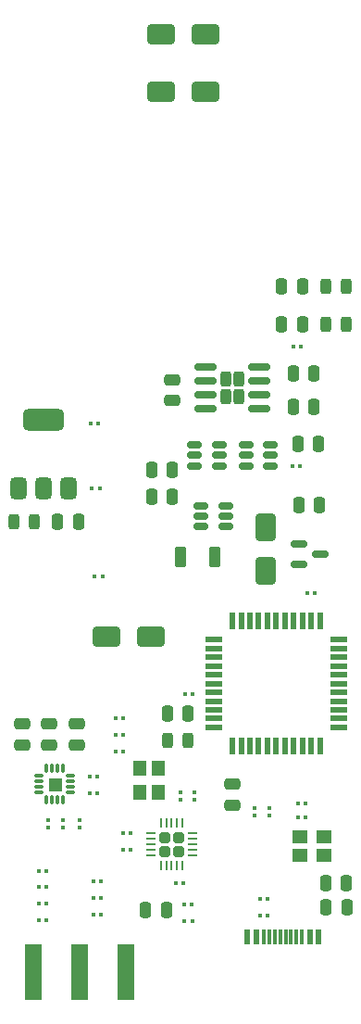
<source format=gbr>
%TF.GenerationSoftware,KiCad,Pcbnew,9.0.1*%
%TF.CreationDate,2025-07-21T15:53:40-04:00*%
%TF.ProjectId,wrangler,7772616e-676c-4657-922e-6b696361645f,rev?*%
%TF.SameCoordinates,Original*%
%TF.FileFunction,Paste,Top*%
%TF.FilePolarity,Positive*%
%FSLAX46Y46*%
G04 Gerber Fmt 4.6, Leading zero omitted, Abs format (unit mm)*
G04 Created by KiCad (PCBNEW 9.0.1) date 2025-07-21 15:53:40*
%MOMM*%
%LPD*%
G01*
G04 APERTURE LIST*
G04 Aperture macros list*
%AMRoundRect*
0 Rectangle with rounded corners*
0 $1 Rounding radius*
0 $2 $3 $4 $5 $6 $7 $8 $9 X,Y pos of 4 corners*
0 Add a 4 corners polygon primitive as box body*
4,1,4,$2,$3,$4,$5,$6,$7,$8,$9,$2,$3,0*
0 Add four circle primitives for the rounded corners*
1,1,$1+$1,$2,$3*
1,1,$1+$1,$4,$5*
1,1,$1+$1,$6,$7*
1,1,$1+$1,$8,$9*
0 Add four rect primitives between the rounded corners*
20,1,$1+$1,$2,$3,$4,$5,0*
20,1,$1+$1,$4,$5,$6,$7,0*
20,1,$1+$1,$6,$7,$8,$9,0*
20,1,$1+$1,$8,$9,$2,$3,0*%
G04 Aperture macros list end*
%ADD10C,0.010000*%
%ADD11RoundRect,0.079500X-0.079500X-0.100500X0.079500X-0.100500X0.079500X0.100500X-0.079500X0.100500X0*%
%ADD12RoundRect,0.250000X-1.000000X-0.650000X1.000000X-0.650000X1.000000X0.650000X-1.000000X0.650000X0*%
%ADD13RoundRect,0.079500X0.079500X0.100500X-0.079500X0.100500X-0.079500X-0.100500X0.079500X-0.100500X0*%
%ADD14RoundRect,0.243750X-0.243750X-0.456250X0.243750X-0.456250X0.243750X0.456250X-0.243750X0.456250X0*%
%ADD15RoundRect,0.150000X-0.587500X-0.150000X0.587500X-0.150000X0.587500X0.150000X-0.587500X0.150000X0*%
%ADD16RoundRect,0.079500X-0.100500X0.079500X-0.100500X-0.079500X0.100500X-0.079500X0.100500X0.079500X0*%
%ADD17RoundRect,0.250000X-0.475000X0.250000X-0.475000X-0.250000X0.475000X-0.250000X0.475000X0.250000X0*%
%ADD18RoundRect,0.250000X0.250000X0.475000X-0.250000X0.475000X-0.250000X-0.475000X0.250000X-0.475000X0*%
%ADD19RoundRect,0.250000X0.475000X-0.250000X0.475000X0.250000X-0.475000X0.250000X-0.475000X-0.250000X0*%
%ADD20RoundRect,0.250000X-0.250000X-0.475000X0.250000X-0.475000X0.250000X0.475000X-0.250000X0.475000X0*%
%ADD21RoundRect,0.250000X0.275000X0.700000X-0.275000X0.700000X-0.275000X-0.700000X0.275000X-0.700000X0*%
%ADD22RoundRect,0.079500X0.100500X-0.079500X0.100500X0.079500X-0.100500X0.079500X-0.100500X-0.079500X0*%
%ADD23RoundRect,0.150000X-0.512500X-0.150000X0.512500X-0.150000X0.512500X0.150000X-0.512500X0.150000X0*%
%ADD24RoundRect,0.033750X0.371250X0.101250X-0.371250X0.101250X-0.371250X-0.101250X0.371250X-0.101250X0*%
%ADD25RoundRect,0.033750X0.101250X0.371250X-0.101250X0.371250X-0.101250X-0.371250X0.101250X-0.371250X0*%
%ADD26RoundRect,0.375000X0.375000X-0.625000X0.375000X0.625000X-0.375000X0.625000X-0.375000X-0.625000X0*%
%ADD27RoundRect,0.500000X1.400000X-0.500000X1.400000X0.500000X-1.400000X0.500000X-1.400000X-0.500000X0*%
%ADD28R,0.600000X1.450000*%
%ADD29R,0.300000X1.450000*%
%ADD30RoundRect,0.250000X0.650000X-1.000000X0.650000X1.000000X-0.650000X1.000000X-0.650000X-1.000000X0*%
%ADD31R,1.400000X1.200000*%
%ADD32RoundRect,0.250000X-0.255000X-0.440000X0.255000X-0.440000X0.255000X0.440000X-0.255000X0.440000X0*%
%ADD33RoundRect,0.150000X-0.825000X-0.150000X0.825000X-0.150000X0.825000X0.150000X-0.825000X0.150000X0*%
%ADD34RoundRect,0.250000X0.255000X0.255000X-0.255000X0.255000X-0.255000X-0.255000X0.255000X-0.255000X0*%
%ADD35RoundRect,0.062500X0.350000X0.062500X-0.350000X0.062500X-0.350000X-0.062500X0.350000X-0.062500X0*%
%ADD36RoundRect,0.062500X0.062500X0.350000X-0.062500X0.350000X-0.062500X-0.350000X0.062500X-0.350000X0*%
%ADD37R,1.500000X5.080000*%
%ADD38R,1.200000X1.400000*%
%ADD39R,1.500000X0.550000*%
%ADD40R,0.550000X1.500000*%
G04 APERTURE END LIST*
D10*
%TO.C,U5*%
X183290000Y-130545000D02*
X182210000Y-130545000D01*
X182210000Y-129465000D01*
X183290000Y-129465000D01*
X183290000Y-130545000D01*
G36*
X183290000Y-130545000D02*
G01*
X182210000Y-130545000D01*
X182210000Y-129465000D01*
X183290000Y-129465000D01*
X183290000Y-130545000D01*
G37*
%TD*%
D11*
%TO.C,C10*%
X193810000Y-139000000D03*
X194500000Y-139000000D03*
%TD*%
D12*
%TO.C,D1*%
X187500000Y-116500000D03*
X191500000Y-116500000D03*
%TD*%
D13*
%TO.C,C17*%
X182000000Y-139400000D03*
X181310000Y-139400000D03*
%TD*%
D12*
%TO.C,D3*%
X192500000Y-66750000D03*
X196500000Y-66750000D03*
%TD*%
D14*
%TO.C,D12*%
X193075000Y-126000000D03*
X194950000Y-126000000D03*
%TD*%
D13*
%TO.C,C22*%
X205165000Y-100900000D03*
X204475000Y-100900000D03*
%TD*%
%TO.C,C16*%
X182000000Y-137900000D03*
X181310000Y-137900000D03*
%TD*%
D15*
%TO.C,Q2*%
X205125000Y-108050000D03*
X205125000Y-109950000D03*
X207000000Y-109000000D03*
%TD*%
D16*
%TO.C,C14*%
X183500000Y-133260000D03*
X183500000Y-133950000D03*
%TD*%
D17*
%TO.C,R8*%
X184750000Y-124500000D03*
X184750000Y-126400000D03*
%TD*%
D11*
%TO.C,L3*%
X188310000Y-127000000D03*
X189000000Y-127000000D03*
%TD*%
D18*
%TO.C,R12*%
X206900000Y-98900000D03*
X205000000Y-98900000D03*
%TD*%
D19*
%TO.C,R3*%
X193500000Y-94950000D03*
X193500000Y-93050000D03*
%TD*%
D20*
%TO.C,R9*%
X205050000Y-104500000D03*
X206950000Y-104500000D03*
%TD*%
%TO.C,R5*%
X191050000Y-141500000D03*
X192950000Y-141500000D03*
%TD*%
D18*
%TO.C,R10*%
X184900000Y-106000000D03*
X183000000Y-106000000D03*
%TD*%
D13*
%TO.C,C20*%
X187000000Y-141900000D03*
X186310000Y-141900000D03*
%TD*%
D21*
%TO.C,L5*%
X197400000Y-109250000D03*
X194250000Y-109250000D03*
%TD*%
D13*
%TO.C,C19*%
X187000000Y-138900000D03*
X186310000Y-138900000D03*
%TD*%
D22*
%TO.C,C28*%
X201000000Y-132845000D03*
X201000000Y-132155000D03*
%TD*%
D18*
%TO.C,R14*%
X206450000Y-95500000D03*
X204550000Y-95500000D03*
%TD*%
D23*
%TO.C,U8*%
X200225000Y-99000000D03*
X200225000Y-99950000D03*
X200225000Y-100900000D03*
X202500000Y-100900000D03*
X202500000Y-99950000D03*
X202500000Y-99000000D03*
%TD*%
D20*
%TO.C,R16*%
X191600000Y-101250000D03*
X193500000Y-101250000D03*
%TD*%
D11*
%TO.C,C21*%
X201500000Y-142000000D03*
X202190000Y-142000000D03*
%TD*%
D13*
%TO.C,L2*%
X188998687Y-125500000D03*
X188308687Y-125500000D03*
%TD*%
%TO.C,C6*%
X186625000Y-129285000D03*
X185935000Y-129285000D03*
%TD*%
D17*
%TO.C,R6*%
X182250000Y-124500000D03*
X182250000Y-126400000D03*
%TD*%
D11*
%TO.C,C23*%
X205810000Y-112500000D03*
X206500000Y-112500000D03*
%TD*%
D18*
%TO.C,R13*%
X206450000Y-92500000D03*
X204550000Y-92500000D03*
%TD*%
D23*
%TO.C,U9*%
X196125000Y-104550000D03*
X196125000Y-105500000D03*
X196125000Y-106450000D03*
X198400000Y-106450000D03*
X198400000Y-105500000D03*
X198400000Y-104550000D03*
%TD*%
D11*
%TO.C,C30*%
X205024466Y-132995460D03*
X205714466Y-132995460D03*
%TD*%
D22*
%TO.C,C29*%
X202369466Y-132840460D03*
X202369466Y-132150460D03*
%TD*%
D13*
%TO.C,L6*%
X187000000Y-140400000D03*
X186310000Y-140400000D03*
%TD*%
D22*
%TO.C,C11*%
X194250000Y-131440000D03*
X194250000Y-130750000D03*
%TD*%
%TO.C,C12*%
X195500000Y-131440000D03*
X195500000Y-130750000D03*
%TD*%
D20*
%TO.C,R19*%
X193050000Y-123500000D03*
X194950000Y-123500000D03*
%TD*%
D13*
%TO.C,C8*%
X195308379Y-142500000D03*
X194618379Y-142500000D03*
%TD*%
D11*
%TO.C,C31*%
X205030712Y-131796221D03*
X205720712Y-131796221D03*
%TD*%
D19*
%TO.C,R7*%
X179750000Y-126400000D03*
X179750000Y-124500000D03*
%TD*%
D11*
%TO.C,C24*%
X186405000Y-111000000D03*
X187095000Y-111000000D03*
%TD*%
D14*
%TO.C,D10*%
X207525000Y-88000000D03*
X209400000Y-88000000D03*
%TD*%
D24*
%TO.C,U5*%
X184195000Y-130755000D03*
X184195000Y-130255000D03*
X184195000Y-129755000D03*
X184195000Y-129255000D03*
D25*
X183500000Y-128560000D03*
X183000000Y-128560000D03*
X182500000Y-128560000D03*
X182000000Y-128560000D03*
D24*
X181305000Y-129255000D03*
X181305000Y-129755000D03*
X181305000Y-130255000D03*
X181305000Y-130755000D03*
D25*
X182000000Y-131450000D03*
X182500000Y-131450000D03*
X183000000Y-131450000D03*
X183500000Y-131450000D03*
%TD*%
D13*
%TO.C,C7*%
X186625000Y-130785000D03*
X185935000Y-130785000D03*
%TD*%
D11*
%TO.C,C26*%
X186000000Y-97000000D03*
X186690000Y-97000000D03*
%TD*%
D18*
%TO.C,R15*%
X193500000Y-103750000D03*
X191600000Y-103750000D03*
%TD*%
D20*
%TO.C,R2*%
X203500000Y-88000000D03*
X205400000Y-88000000D03*
%TD*%
D26*
%TO.C,U6*%
X179400000Y-103000000D03*
X181700000Y-103000000D03*
D27*
X181700000Y-96700000D03*
D26*
X184000000Y-103000000D03*
%TD*%
D13*
%TO.C,C5*%
X189690000Y-136000000D03*
X189000000Y-136000000D03*
%TD*%
%TO.C,C4*%
X189690000Y-134500000D03*
X189000000Y-134500000D03*
%TD*%
D14*
%TO.C,D9*%
X207500000Y-84500000D03*
X209375000Y-84500000D03*
%TD*%
D13*
%TO.C,C32*%
X195345000Y-121750000D03*
X194655000Y-121750000D03*
%TD*%
D18*
%TO.C,R18*%
X209450000Y-141250000D03*
X207550000Y-141250000D03*
%TD*%
D13*
%TO.C,C18*%
X182000000Y-142400000D03*
X181310000Y-142400000D03*
%TD*%
D28*
%TO.C,J1*%
X200360000Y-143905000D03*
X201160000Y-143905000D03*
D29*
X202360000Y-143905000D03*
X203360000Y-143905000D03*
X203860000Y-143905000D03*
X204860000Y-143905000D03*
D28*
X206060000Y-143905000D03*
X206860000Y-143905000D03*
X206860000Y-143905000D03*
X206060000Y-143905000D03*
D29*
X205360000Y-143905000D03*
X204360000Y-143905000D03*
X202860000Y-143905000D03*
X201860000Y-143905000D03*
D28*
X201160000Y-143905000D03*
X200360000Y-143905000D03*
%TD*%
D30*
%TO.C,D2*%
X202000000Y-110500000D03*
X202000000Y-106500000D03*
%TD*%
D13*
%TO.C,C9*%
X195295000Y-141000000D03*
X194605000Y-141000000D03*
%TD*%
D20*
%TO.C,R1*%
X203500000Y-84500000D03*
X205400000Y-84500000D03*
%TD*%
D16*
%TO.C,C13*%
X182100000Y-133285000D03*
X182100000Y-133975000D03*
%TD*%
D12*
%TO.C,D4*%
X192500000Y-61500000D03*
X196500000Y-61500000D03*
%TD*%
D31*
%TO.C,Y2*%
X205169466Y-136495460D03*
X207369466Y-136495460D03*
X207369466Y-134795460D03*
X205169466Y-134795460D03*
%TD*%
D17*
%TO.C,R17*%
X199000000Y-130000000D03*
X199000000Y-131900000D03*
%TD*%
D32*
%TO.C,U2*%
X198375000Y-92975000D03*
X198375000Y-94625000D03*
X199575000Y-92975000D03*
X199575000Y-94625000D03*
D33*
X196500000Y-91895000D03*
X196500000Y-93165000D03*
X196500000Y-94435000D03*
X196500000Y-95705000D03*
X201450000Y-95705000D03*
X201450000Y-94435000D03*
X201450000Y-93165000D03*
X201450000Y-91895000D03*
%TD*%
D16*
%TO.C,C15*%
X185000000Y-133260000D03*
X185000000Y-133950000D03*
%TD*%
D34*
%TO.C,U4*%
X194062500Y-136125000D03*
X194062500Y-134875000D03*
X192812500Y-136125000D03*
X192812500Y-134875000D03*
D35*
X195375000Y-136500000D03*
X195375000Y-136000000D03*
X195375000Y-135500000D03*
X195375000Y-135000000D03*
X195375000Y-134500000D03*
D36*
X194437500Y-133562500D03*
X193937500Y-133562500D03*
X193437500Y-133562500D03*
X192937500Y-133562500D03*
X192437500Y-133562500D03*
D35*
X191500000Y-134500000D03*
X191500000Y-135000000D03*
X191500000Y-135500000D03*
X191500000Y-136000000D03*
X191500000Y-136500000D03*
D36*
X192437500Y-137437500D03*
X192937500Y-137437500D03*
X193437500Y-137437500D03*
X193937500Y-137437500D03*
X194437500Y-137437500D03*
%TD*%
D13*
%TO.C,L1*%
X189001997Y-124000000D03*
X188311997Y-124000000D03*
%TD*%
D11*
%TO.C,C1*%
X204560000Y-90000000D03*
X205250000Y-90000000D03*
%TD*%
D14*
%TO.C,D11*%
X179012500Y-106000000D03*
X180887500Y-106000000D03*
%TD*%
D11*
%TO.C,C25*%
X186155000Y-103000000D03*
X186845000Y-103000000D03*
%TD*%
%TO.C,C27*%
X201500000Y-140500000D03*
X202190000Y-140500000D03*
%TD*%
D37*
%TO.C,J2*%
X185000000Y-147137500D03*
X189250000Y-147137500D03*
X180750000Y-147137500D03*
%TD*%
D13*
%TO.C,L4*%
X182000000Y-140900000D03*
X181310000Y-140900000D03*
%TD*%
D38*
%TO.C,Y1*%
X192250000Y-130700000D03*
X192250000Y-128500000D03*
X190550000Y-128500000D03*
X190550000Y-130700000D03*
%TD*%
D23*
%TO.C,Q3*%
X195500000Y-99000000D03*
X195500000Y-99950000D03*
X195500000Y-100900000D03*
X197775000Y-100900000D03*
X197775000Y-99950000D03*
X197775000Y-99000000D03*
%TD*%
D18*
%TO.C,R11*%
X209400000Y-139000000D03*
X207500000Y-139000000D03*
%TD*%
D39*
%TO.C,U3*%
X197300000Y-116800000D03*
X197300000Y-117600000D03*
X197300000Y-118400000D03*
X197300000Y-119200000D03*
X197300000Y-120000000D03*
X197300000Y-120800000D03*
X197300000Y-121600000D03*
X197300000Y-122400000D03*
X197300000Y-123200000D03*
X197300000Y-124000000D03*
X197300000Y-124800000D03*
D40*
X199000000Y-126500000D03*
X199800000Y-126500000D03*
X200600000Y-126500000D03*
X201400000Y-126500000D03*
X202200000Y-126500000D03*
X203000000Y-126500000D03*
X203800000Y-126500000D03*
X204600000Y-126500000D03*
X205400000Y-126500000D03*
X206200000Y-126500000D03*
X207000000Y-126500000D03*
D39*
X208700000Y-124800000D03*
X208700000Y-124000000D03*
X208700000Y-123200000D03*
X208700000Y-122400000D03*
X208700000Y-121600000D03*
X208700000Y-120800000D03*
X208700000Y-120000000D03*
X208700000Y-119200000D03*
X208700000Y-118400000D03*
X208700000Y-117600000D03*
X208700000Y-116800000D03*
D40*
X207000000Y-115100000D03*
X206200000Y-115100000D03*
X205400000Y-115100000D03*
X204600000Y-115100000D03*
X203800000Y-115100000D03*
X203000000Y-115100000D03*
X202200000Y-115100000D03*
X201400000Y-115100000D03*
X200600000Y-115100000D03*
X199800000Y-115100000D03*
X199000000Y-115100000D03*
%TD*%
M02*

</source>
